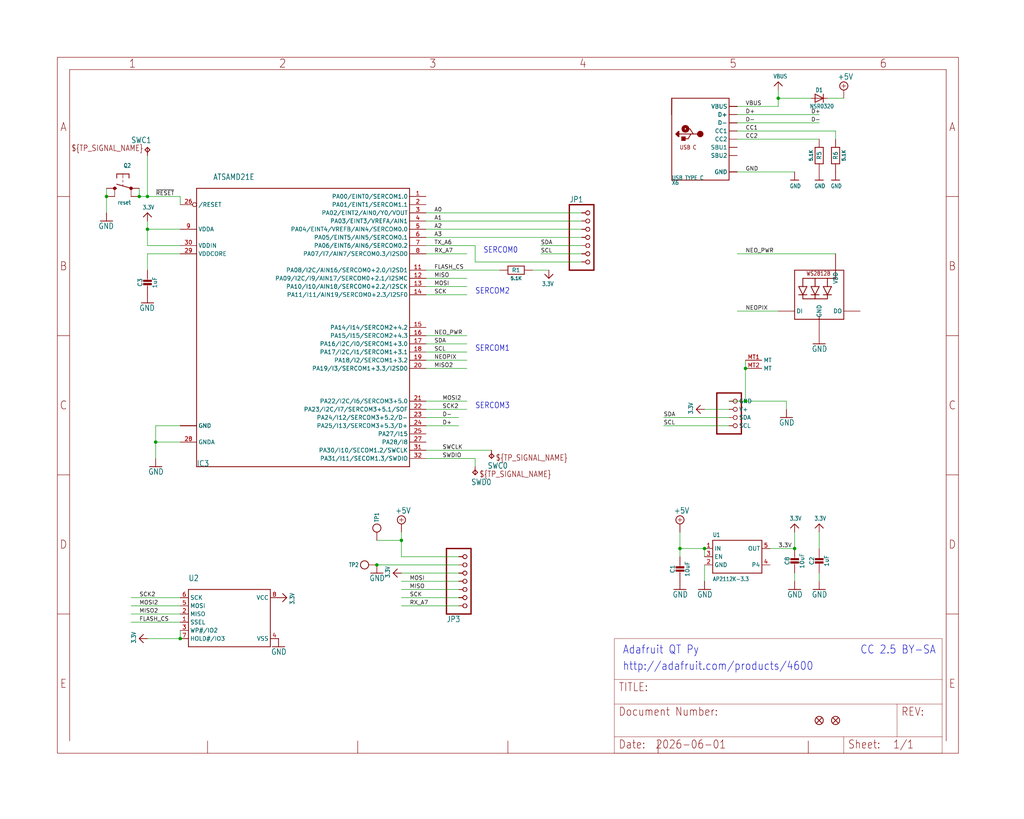
<source format=kicad_sch>
(kicad_sch (version 20230121) (generator eeschema)
  (paper "User" 317.5 254.127)
  (lib_symbols
    (symbol "working-eagle-import:+5V" (power)
      (property "Value" "+5V" (at -1.905 3.175 0))
      (symbol "+5V_1_0"
        (polyline (pts (xy -0.635 1.27) (xy 0.635 1.27)) (stroke (width 0.1524)))
        (polyline (pts (xy 0 0.635) (xy 0 1.905)) (stroke (width 0.1524)))
        (circle (center 0 1.27) (radius 1.27) (stroke (width 0.254)))
        (pin power_in line (at 0 -2.54 90) (length 2.54) (name "+5V") (number "1"))
      )
    )
    (symbol "working-eagle-import:3.3V" (power)
      (property "Value" "3.3V" (at -1.524 1.016 0))
      (symbol "3.3V_1_0"
        (polyline (pts (xy -1.27 -1.27) (xy 0 0)) (stroke (width 0.254)))
        (polyline (pts (xy 0 0) (xy 1.27 -1.27)) (stroke (width 0.254)))
        (pin power_in line (at 0 -2.54 90) (length 2.54) (name "3.3V") (number "1"))
      )
    )
    (symbol "working-eagle-import:ATSAMD21E"
      (property "Reference" "IC" (at -35.56 -43.18 0))
      (symbol "ATSAMD21E_1_0"
        (polyline (pts (xy -35.56 -43.18) (xy -35.56 43.18)) (stroke (width 0.254)))
        (polyline (pts (xy -35.56 43.18) (xy 30.48 43.18)) (stroke (width 0.254)))
        (polyline (pts (xy 30.48 -43.18) (xy -35.56 -43.18)) (stroke (width 0.254)))
        (polyline (pts (xy 30.48 43.18) (xy 30.48 -43.18)) (stroke (width 0.254)))
        (pin bidirectional line (at 35.56 40.64 180) (length 5.08) (name "PA00/EINT0/SERCOM1.0") (number "1"))
        (pin power_in line (at -40.64 -30.48 0) (length 5.08) (name "GND") (number "10"))
        (pin bidirectional line (at 35.56 17.78 180) (length 5.08) (name "PA08/I2C/AIN16/SERCOM0+2.0/I2SD1") (number "11"))
        (pin bidirectional line (at 35.56 15.24 180) (length 5.08) (name "PA09/I2C/I9/AIN17/SERCOM0+2.1/I2SMC") (number "12"))
        (pin bidirectional line (at 35.56 12.7 180) (length 5.08) (name "PA10/I10/AIN18/SERCOM0+2.2/I2SCK") (number "13"))
        (pin bidirectional line (at 35.56 10.16 180) (length 5.08) (name "PA11/I11/AIN19/SERCOM0+2.3/I2SF0") (number "14"))
        (pin bidirectional line (at 35.56 0 180) (length 5.08) (name "PA14/I14/SERCOM2+4.2") (number "15"))
        (pin bidirectional line (at 35.56 -2.54 180) (length 5.08) (name "PA15/I15/SERCOM2+4.3") (number "16"))
        (pin bidirectional line (at 35.56 -5.08 180) (length 5.08) (name "PA16/I2C/I0/SERCOM1+3.0") (number "17"))
        (pin bidirectional line (at 35.56 -7.62 180) (length 5.08) (name "PA17/I2C/I1/SERCOM1+3.1") (number "18"))
        (pin bidirectional line (at 35.56 -10.16 180) (length 5.08) (name "PA18/I2/SERCOM1+3.2") (number "19"))
        (pin bidirectional line (at 35.56 38.1 180) (length 5.08) (name "PA01/EINT1/SERCOM1.1") (number "2"))
        (pin bidirectional line (at 35.56 -12.7 180) (length 5.08) (name "PA19/I3/SERCOM1+3.3/I2SD0") (number "20"))
        (pin bidirectional line (at 35.56 -22.86 180) (length 5.08) (name "PA22/I2C/I6/SERCOM3+5.0") (number "21"))
        (pin bidirectional line (at 35.56 -25.4 180) (length 5.08) (name "PA23/I2C/I7/SERCOM3+5.1/SOF") (number "22"))
        (pin bidirectional line (at 35.56 -27.94 180) (length 5.08) (name "PA24/I12/SERCOM3+5.2/D-") (number "23"))
        (pin bidirectional line (at 35.56 -30.48 180) (length 5.08) (name "PA25/I13/SERCOM3+5.3/D+") (number "24"))
        (pin bidirectional line (at 35.56 -33.02 180) (length 5.08) (name "PA27/I15") (number "25"))
        (pin bidirectional inverted (at -40.64 38.1 0) (length 5.08) (name "/RESET") (number "26"))
        (pin bidirectional line (at 35.56 -35.56 180) (length 5.08) (name "PA28/I8") (number "27"))
        (pin power_in line (at -40.64 -35.56 0) (length 5.08) (name "GNDA") (number "28"))
        (pin power_in line (at -40.64 22.86 0) (length 5.08) (name "VDDCORE") (number "29"))
        (pin bidirectional line (at 35.56 35.56 180) (length 5.08) (name "PA02/EINT2/AIN0/Y0/VOUT") (number "3"))
        (pin power_in line (at -40.64 25.4 0) (length 5.08) (name "VDDIN") (number "30"))
        (pin bidirectional line (at 35.56 -38.1 180) (length 5.08) (name "PA30/I10/SECOM1.2/SWCLK") (number "31"))
        (pin bidirectional line (at 35.56 -40.64 180) (length 5.08) (name "PA31/I11/SECOM1.3/SWDIO") (number "32"))
        (pin power_in line (at -40.64 -30.48 0) (length 5.08) (name "GND") (number "33"))
        (pin bidirectional line (at 35.56 33.02 180) (length 5.08) (name "PA03/EINT3/VREFA/AIN1") (number "4"))
        (pin bidirectional line (at 35.56 30.48 180) (length 5.08) (name "PA04/EINT4/VREFB/AIN4/SERCOM0.0") (number "5"))
        (pin bidirectional line (at 35.56 27.94 180) (length 5.08) (name "PA05/EINT5/AIN5/SERCOM0.1") (number "6"))
        (pin bidirectional line (at 35.56 25.4 180) (length 5.08) (name "PA06/EINT6/AIN6/SERCOM0.2") (number "7"))
        (pin bidirectional line (at 35.56 22.86 180) (length 5.08) (name "PA07/I7/AIN7/SERCOM0.3/I2SD0") (number "8"))
        (pin power_in line (at -40.64 30.48 0) (length 5.08) (name "VDDA") (number "9"))
      )
    )
    (symbol "working-eagle-import:CAP_CERAMIC_0402NO"
      (property "Reference" "C" (at -2.29 1.25 90))
      (symbol "CAP_CERAMIC_0402NO_1_0"
        (rectangle (start -1.27 0.508) (end 1.27 1.016) (fill (type outline)))
        (rectangle (start -1.27 1.524) (end 1.27 2.032) (fill (type outline)))
        (polyline (pts (xy 0 0.762) (xy 0 0)) (stroke (width 0.1524)))
        (polyline (pts (xy 0 2.54) (xy 0 1.778)) (stroke (width 0.1524)))
        (pin passive line (at 0 5.08 270) (length 2.54) (name "1") (number "1"))
        (pin passive line (at 0 -2.54 90) (length 2.54) (name "2") (number "2"))
      )
    )
    (symbol "working-eagle-import:CAP_CERAMIC_0805MP"
      (property "Reference" "C" (at -2.29 1.25 90))
      (symbol "CAP_CERAMIC_0805MP_1_0"
        (rectangle (start -1.27 0.508) (end 1.27 1.016) (fill (type outline)))
        (rectangle (start -1.27 1.524) (end 1.27 2.032) (fill (type outline)))
        (polyline (pts (xy 0 0.762) (xy 0 0)) (stroke (width 0.1524)))
        (polyline (pts (xy 0 2.54) (xy 0 1.778)) (stroke (width 0.1524)))
        (pin passive line (at 0 5.08 270) (length 2.54) (name "1") (number "1"))
        (pin passive line (at 0 -2.54 90) (length 2.54) (name "2") (number "2"))
      )
    )
    (symbol "working-eagle-import:DIODE_SOD323MINI"
      (property "Reference" "D" (at 0 2.54 0))
      (symbol "DIODE_SOD323MINI_1_0"
        (polyline (pts (xy -1.27 -1.27) (xy 1.27 0)) (stroke (width 0.254)))
        (polyline (pts (xy -1.27 1.27) (xy -1.27 -1.27)) (stroke (width 0.254)))
        (polyline (pts (xy 1.27 0) (xy -1.27 1.27)) (stroke (width 0.254)))
        (polyline (pts (xy 1.27 0) (xy 1.27 -1.27)) (stroke (width 0.254)))
        (polyline (pts (xy 1.27 1.27) (xy 1.27 0)) (stroke (width 0.254)))
        (pin passive line (at -2.54 0 0) (length 2.54) (name "A") (number "A"))
        (pin passive line (at 2.54 0 180) (length 2.54) (name "C") (number "C"))
      )
    )
    (symbol "working-eagle-import:FIDUCIAL_1MM"
      (symbol "FIDUCIAL_1MM_1_0"
        (polyline (pts (xy -0.762 0.762) (xy 0.762 -0.762)) (stroke (width 0.254)))
        (polyline (pts (xy 0.762 0.762) (xy -0.762 -0.762)) (stroke (width 0.254)))
        (circle (center 0 0) (radius 1.27) (stroke (width 0.254)))
      )
    )
    (symbol "working-eagle-import:FRAME_A_L"
      (symbol "FRAME_A_L_1_0"
        (polyline (pts (xy 0 43.18) (xy 3.81 43.18)))
        (polyline (pts (xy 0 86.36) (xy 3.81 86.36)))
        (polyline (pts (xy 0 129.54) (xy 3.81 129.54)))
        (polyline (pts (xy 0 172.72) (xy 3.81 172.72)))
        (polyline (pts (xy 3.81 3.81) (xy 3.81 212.09)))
        (polyline (pts (xy 46.5667 0) (xy 46.5667 3.81)))
        (polyline (pts (xy 93.1333 0) (xy 93.1333 3.81)))
        (polyline (pts (xy 139.7 0) (xy 139.7 3.81)))
        (polyline (pts (xy 186.2667 0) (xy 186.2667 3.81)))
        (polyline (pts (xy 232.8333 0) (xy 232.8333 3.81)))
        (polyline (pts (xy 275.59 3.81) (xy 275.59 212.09)))
        (polyline (pts (xy 275.59 43.18) (xy 279.4 43.18)))
        (polyline (pts (xy 275.59 86.36) (xy 279.4 86.36)))
        (polyline (pts (xy 275.59 129.54) (xy 279.4 129.54)))
        (polyline (pts (xy 275.59 172.72) (xy 279.4 172.72)))
        (polyline (pts (xy 275.59 212.09) (xy 3.81 212.09)))
        (polyline (pts (xy 0 0) (xy 279.4 0) (xy 279.4 215.9) (xy 0 215.9) (xy 0 0)))
        (text "1" (at 23.2833 213.995 0) (effects (font (size 2.54 2.286))))
        (text "2" (at 69.85 213.995 0) (effects (font (size 2.54 2.286))))
        (text "3" (at 116.4167 213.995 0) (effects (font (size 2.54 2.286))))
        (text "4" (at 162.9833 213.995 0) (effects (font (size 2.54 2.286))))
        (text "5" (at 209.55 213.995 0) (effects (font (size 2.54 2.286))))
        (text "6" (at 256.1167 213.995 0) (effects (font (size 2.54 2.286))))
        (text "A" (at 1.905 194.31 0) (effects (font (size 2.54 2.286))))
        (text "A" (at 277.495 194.31 0) (effects (font (size 2.54 2.286))))
        (text "B" (at 1.905 151.13 0) (effects (font (size 2.54 2.286))))
        (text "B" (at 277.495 151.13 0) (effects (font (size 2.54 2.286))))
        (text "C" (at 1.905 107.95 0) (effects (font (size 2.54 2.286))))
        (text "C" (at 277.495 107.95 0) (effects (font (size 2.54 2.286))))
        (text "D" (at 1.905 64.77 0) (effects (font (size 2.54 2.286))))
        (text "D" (at 277.495 64.77 0) (effects (font (size 2.54 2.286))))
        (text "E" (at 1.905 21.59 0) (effects (font (size 2.54 2.286))))
        (text "E" (at 277.495 21.59 0) (effects (font (size 2.54 2.286))))
      )
      (symbol "FRAME_A_L_2_0"
        (polyline (pts (xy 0 0) (xy 0 5.08)) (stroke (width 0.1016)))
        (polyline (pts (xy 0 0) (xy 71.12 0)) (stroke (width 0.1016)))
        (polyline (pts (xy 0 5.08) (xy 0 15.24)) (stroke (width 0.1016)))
        (polyline (pts (xy 0 5.08) (xy 71.12 5.08)) (stroke (width 0.1016)))
        (polyline (pts (xy 0 15.24) (xy 0 22.86)) (stroke (width 0.1016)))
        (polyline (pts (xy 0 22.86) (xy 0 35.56)) (stroke (width 0.1016)))
        (polyline (pts (xy 0 22.86) (xy 101.6 22.86)) (stroke (width 0.1016)))
        (polyline (pts (xy 71.12 0) (xy 101.6 0)) (stroke (width 0.1016)))
        (polyline (pts (xy 71.12 5.08) (xy 71.12 0)) (stroke (width 0.1016)))
        (polyline (pts (xy 71.12 5.08) (xy 87.63 5.08)) (stroke (width 0.1016)))
        (polyline (pts (xy 87.63 5.08) (xy 101.6 5.08)) (stroke (width 0.1016)))
        (polyline (pts (xy 87.63 15.24) (xy 0 15.24)) (stroke (width 0.1016)))
        (polyline (pts (xy 87.63 15.24) (xy 87.63 5.08)) (stroke (width 0.1016)))
        (polyline (pts (xy 101.6 5.08) (xy 101.6 0)) (stroke (width 0.1016)))
        (polyline (pts (xy 101.6 15.24) (xy 87.63 15.24)) (stroke (width 0.1016)))
        (polyline (pts (xy 101.6 15.24) (xy 101.6 5.08)) (stroke (width 0.1016)))
        (polyline (pts (xy 101.6 22.86) (xy 101.6 15.24)) (stroke (width 0.1016)))
        (polyline (pts (xy 101.6 35.56) (xy 0 35.56)) (stroke (width 0.1016)))
        (polyline (pts (xy 101.6 35.56) (xy 101.6 22.86)) (stroke (width 0.1016)))
        (text "${#}/${##}" (at 86.36 1.27 0) (effects (font (size 2.54 2.159)) (justify left bottom)))
        (text "${CURRENT_DATE}" (at 12.7 1.27 0) (effects (font (size 2.54 2.159)) (justify left bottom)))
        (text "${PROJECTNAME}" (at 17.78 19.05 0) (effects (font (size 2.54 2.159)) (justify left bottom)))
        (text "Date:" (at 1.27 1.27 0) (effects (font (size 2.54 2.159)) (justify left bottom)))
        (text "Document Number:" (at 1.27 11.43 0) (effects (font (size 2.54 2.159)) (justify left bottom)))
        (text "REV:" (at 88.9 11.43 0) (effects (font (size 2.54 2.159)) (justify left bottom)))
        (text "Sheet:" (at 72.39 1.27 0) (effects (font (size 2.54 2.159)) (justify left bottom)))
        (text "TITLE:" (at 1.27 19.05 0) (effects (font (size 2.54 2.159)) (justify left bottom)))
      )
    )
    (symbol "working-eagle-import:GND" (power)
      (property "Value" "GND" (at -2.54 -2.54 0))
      (symbol "GND_1_0"
        (polyline (pts (xy -1.905 0) (xy 1.905 0)) (stroke (width 0.254)))
        (pin power_in line (at 0 2.54 270) (length 2.54) (name "GND") (number "1"))
      )
    )
    (symbol "working-eagle-import:HEADER-1X7_CASTEL"
      (property "Reference" "JP" (at -6.35 10.795 0))
      (symbol "HEADER-1X7_CASTEL_1_0"
        (polyline (pts (xy -6.35 -10.16) (xy 1.27 -10.16)) (stroke (width 0.4064)))
        (polyline (pts (xy -6.35 10.16) (xy -6.35 -10.16)) (stroke (width 0.4064)))
        (polyline (pts (xy 1.27 -10.16) (xy 1.27 10.16)) (stroke (width 0.4064)))
        (polyline (pts (xy 1.27 10.16) (xy -6.35 10.16)) (stroke (width 0.4064)))
        (pin passive inverted (at -2.54 7.62 0) (length 2.54) (name "1") (number "1"))
        (pin passive inverted (at -2.54 7.62 0) (length 2.54) (name "1") (number "1C"))
        (pin passive inverted (at -2.54 5.08 0) (length 2.54) (name "2") (number "2"))
        (pin passive inverted (at -2.54 5.08 0) (length 2.54) (name "2") (number "2C"))
        (pin passive inverted (at -2.54 2.54 0) (length 2.54) (name "3") (number "3"))
        (pin passive inverted (at -2.54 2.54 0) (length 2.54) (name "3") (number "3C"))
        (pin passive inverted (at -2.54 0 0) (length 2.54) (name "4") (number "4"))
        (pin passive inverted (at -2.54 0 0) (length 2.54) (name "4") (number "4C"))
        (pin passive inverted (at -2.54 -2.54 0) (length 2.54) (name "5") (number "5"))
        (pin passive inverted (at -2.54 -2.54 0) (length 2.54) (name "5") (number "5C"))
        (pin passive inverted (at -2.54 -5.08 0) (length 2.54) (name "6") (number "6"))
        (pin passive inverted (at -2.54 -5.08 0) (length 2.54) (name "6") (number "6C"))
        (pin passive inverted (at -2.54 -7.62 0) (length 2.54) (name "7") (number "7"))
        (pin passive inverted (at -2.54 -7.62 0) (length 2.54) (name "7") (number "7C"))
      )
    )
    (symbol "working-eagle-import:RESISTOR_0402NO"
      (property "Reference" "R" (at 0 2.54 0))
      (symbol "RESISTOR_0402NO_1_0"
        (polyline (pts (xy -2.54 -1.27) (xy -2.54 1.27)) (stroke (width 0.254)))
        (polyline (pts (xy -2.54 1.27) (xy 2.54 1.27)) (stroke (width 0.254)))
        (polyline (pts (xy 2.54 -1.27) (xy -2.54 -1.27)) (stroke (width 0.254)))
        (polyline (pts (xy 2.54 1.27) (xy 2.54 -1.27)) (stroke (width 0.254)))
        (pin passive line (at -5.08 0 0) (length 2.54) (name "1") (number "1"))
        (pin passive line (at 5.08 0 180) (length 2.54) (name "2") (number "2"))
      )
    )
    (symbol "working-eagle-import:SPIFLASH_8PIN"
      (property "Reference" "U" (at -12.7 12.7 0))
      (symbol "SPIFLASH_8PIN_1_0"
        (polyline (pts (xy -12.7 -7.62) (xy -12.7 10.16)) (stroke (width 0.254)))
        (polyline (pts (xy -12.7 10.16) (xy 12.7 10.16)) (stroke (width 0.254)))
        (polyline (pts (xy 12.7 -7.62) (xy -12.7 -7.62)) (stroke (width 0.254)))
        (polyline (pts (xy 12.7 10.16) (xy 12.7 -7.62)) (stroke (width 0.254)))
        (pin bidirectional line (at -15.24 0 0) (length 2.54) (name "SSEL") (number "1"))
        (pin bidirectional line (at -15.24 2.54 0) (length 2.54) (name "MISO") (number "2"))
        (pin bidirectional line (at -15.24 -2.54 0) (length 2.54) (name "WP#/IO2") (number "3"))
        (pin bidirectional line (at 15.24 -5.08 180) (length 2.54) (name "VSS") (number "4"))
        (pin bidirectional line (at -15.24 5.08 0) (length 2.54) (name "MOSI") (number "5"))
        (pin bidirectional line (at -15.24 7.62 0) (length 2.54) (name "SCK") (number "6"))
        (pin bidirectional line (at -15.24 -5.08 0) (length 2.54) (name "HOLD#/IO3") (number "7"))
        (pin bidirectional line (at 15.24 7.62 180) (length 2.54) (name "VCC") (number "8"))
      )
    )
    (symbol "working-eagle-import:STEMMA_I2C_QTSKINNY"
      (symbol "STEMMA_I2C_QTSKINNY_1_0"
        (polyline (pts (xy -3.81 -5.08) (xy 3.81 -5.08)) (stroke (width 0.4064)))
        (polyline (pts (xy -3.81 7.62) (xy -3.81 -5.08)) (stroke (width 0.4064)))
        (polyline (pts (xy 3.81 -5.08) (xy 3.81 7.62)) (stroke (width 0.4064)))
        (polyline (pts (xy 3.81 7.62) (xy -3.81 7.62)) (stroke (width 0.4064)))
        (pin passive inverted (at 0 5.08 0) (length 2.54) (name "GND") (number "1"))
        (pin passive inverted (at 0 2.54 0) (length 2.54) (name "V+") (number "2"))
        (pin passive inverted (at 0 0 0) (length 2.54) (name "SDA") (number "3"))
        (pin passive inverted (at 0 -2.54 0) (length 2.54) (name "SCL") (number "4"))
      )
      (symbol "STEMMA_I2C_QTSKINNY_2_0"
        (pin bidirectional line (at 0 0 0) (length 5.08) (name "MT") (number "MT1"))
      )
      (symbol "STEMMA_I2C_QTSKINNY_3_0"
        (pin bidirectional line (at 0 0 0) (length 5.08) (name "MT") (number "MT2"))
      )
    )
    (symbol "working-eagle-import:SWITCH_TACT_SMT4.6X2.8"
      (property "Reference" "SW" (at -2.54 6.35 0))
      (symbol "SWITCH_TACT_SMT4.6X2.8_1_0"
        (circle (center -2.54 0) (radius 0.127) (stroke (width 0.4064)))
        (polyline (pts (xy -2.54 -2.54) (xy -2.54 0)) (stroke (width 0.1524)))
        (polyline (pts (xy -2.54 0) (xy 1.905 1.27)) (stroke (width 0.254)))
        (polyline (pts (xy -1.905 4.445) (xy -1.905 3.175)) (stroke (width 0.254)))
        (polyline (pts (xy 0 1.27) (xy 0 0.635)) (stroke (width 0.1524)))
        (polyline (pts (xy 0 2.54) (xy 0 1.905)) (stroke (width 0.1524)))
        (polyline (pts (xy 0 4.445) (xy -1.905 4.445)) (stroke (width 0.254)))
        (polyline (pts (xy 0 4.445) (xy 0 3.175)) (stroke (width 0.1524)))
        (polyline (pts (xy 1.905 0) (xy 2.54 0)) (stroke (width 0.254)))
        (polyline (pts (xy 1.905 4.445) (xy 0 4.445)) (stroke (width 0.254)))
        (polyline (pts (xy 1.905 4.445) (xy 1.905 3.175)) (stroke (width 0.254)))
        (polyline (pts (xy 2.54 -2.54) (xy 2.54 0)) (stroke (width 0.1524)))
        (circle (center 2.54 0) (radius 0.127) (stroke (width 0.4064)))
        (pin passive line (at -5.08 0 0) (length 2.54) (name "P") (number "A"))
        (pin passive line (at -5.08 -2.54 0) (length 2.54) (name "P1") (number "A'"))
        (pin passive line (at 5.08 0 180) (length 2.54) (name "S") (number "B"))
        (pin passive line (at 5.08 -2.54 180) (length 2.54) (name "S1") (number "B'"))
      )
    )
    (symbol "working-eagle-import:TESTPOINT_1X3"
      (property "Reference" "TP" (at 0 5.588 90))
      (symbol "TESTPOINT_1X3_1_0"
        (circle (center 0 3.81) (radius 1.27) (stroke (width 0.254)))
        (pin bidirectional line (at 0 0 90) (length 2.54) (name "P$1") (number "P$1"))
      )
    )
    (symbol "working-eagle-import:TPB1,27"
      (property "Reference" "TP" (at -1.27 1.27 0))
      (symbol "TPB1,27_1_0"
        (polyline (pts (xy -0.762 -0.762) (xy 0 0)) (stroke (width 0.254)))
        (polyline (pts (xy 0 -1.524) (xy -0.762 -0.762)) (stroke (width 0.254)))
        (polyline (pts (xy 0 0) (xy 0.762 -0.762)) (stroke (width 0.254)))
        (polyline (pts (xy 0.762 -0.762) (xy 0 -1.524)) (stroke (width 0.254)))
        (text "${TP_SIGNAL_NAME}" (at 1.27 -1.27 0) (effects (font (size 1.778 1.5113)) (justify left bottom)))
        (pin input line (at 0 -2.54 90) (length 2.54) (name "TP") (number "TP"))
      )
    )
    (symbol "working-eagle-import:USB_C"
      (property "Reference" "X" (at -10.16 13.716 0))
      (symbol "USB_C_1_0"
        (rectangle (start -7.12 -0.45) (end -5.92 0.75) (fill (type outline)))
        (circle (center -5.92 3.2) (radius 0.2) (stroke (width 1)))
        (circle (center -1.32 1.6) (radius 0.5) (stroke (width 1)))
        (polyline (pts (xy -10.2 7.62) (xy -10.16 12.7)) (stroke (width 0.254)))
        (polyline (pts (xy -10.16 -12.7) (xy 7.62 -12.7)) (stroke (width 0.254)))
        (polyline (pts (xy -10.16 12.7) (xy -10.16 -12.7)) (stroke (width 0.254)))
        (polyline (pts (xy -10.16 12.7) (xy 7.62 12.7)) (stroke (width 0.254)))
        (polyline (pts (xy -8.92 1.6) (xy -8.12 2.4)) (stroke (width 0.254)))
        (polyline (pts (xy -8.52 1.4) (xy -8.32 1.2)) (stroke (width 0.254)))
        (polyline (pts (xy -8.52 1.6) (xy -8.52 1.4)) (stroke (width 0.254)))
        (polyline (pts (xy -8.32 1.2) (xy -8.32 2)) (stroke (width 0.254)))
        (polyline (pts (xy -8.32 2) (xy -8.72 1.6)) (stroke (width 0.254)))
        (polyline (pts (xy -8.12 0.8) (xy -8.92 1.6)) (stroke (width 0.254)))
        (polyline (pts (xy -8.12 1) (xy -8.12 2.4)) (stroke (width 0.254)))
        (polyline (pts (xy -8.12 2.4) (xy -7.92 2.4)) (stroke (width 0.254)))
        (polyline (pts (xy -7.92 0.8) (xy -8.12 0.8)) (stroke (width 0.254)))
        (polyline (pts (xy -7.92 1.6) (xy -7.92 0.8)) (stroke (width 0.254)))
        (polyline (pts (xy -7.92 2.4) (xy -7.92 1.6)) (stroke (width 0.254)))
        (polyline (pts (xy -6.27 0.15) (xy -5.07 0.15)) (stroke (width 0.254)))
        (polyline (pts (xy -5.52 3.2) (xy -4.52 3.2)) (stroke (width 0.254)))
        (polyline (pts (xy -5.07 0.15) (xy -4.22 1.6)) (stroke (width 0.254)))
        (polyline (pts (xy -4.52 3.2) (xy -3.47 1.6)) (stroke (width 0.254)))
        (polyline (pts (xy -4.22 1.6) (xy -7.92 1.6)) (stroke (width 0.254)))
        (polyline (pts (xy -3.47 1.6) (xy -4.22 1.6)) (stroke (width 0.254)))
        (polyline (pts (xy -1.32 1.6) (xy -3.47 1.6)) (stroke (width 0.254)))
        (polyline (pts (xy 7.62 12.7) (xy 7.62 -12.7)) (stroke (width 0.254)))
        (text "USB C" (at -5.08 -2.54 0) (effects (font (size 1.27 1.0795))))
        (pin power_in line (at 10.16 -10.16 180) (length 2.54) (name "GND") (number "A1B12"))
        (pin power_in line (at 10.16 10.16 180) (length 2.54) (name "VBUS") (number "A4B9"))
        (pin bidirectional line (at 10.16 2.54 180) (length 2.54) (name "CC1") (number "A5"))
        (pin bidirectional line (at 10.16 7.62 180) (length 2.54) (name "D+") (number "A6"))
        (pin bidirectional line (at 10.16 5.08 180) (length 2.54) (name "D-") (number "A7"))
        (pin bidirectional line (at 10.16 -2.54 180) (length 2.54) (name "SBU1") (number "A8"))
        (pin power_in line (at 10.16 -10.16 180) (length 2.54) (name "GND") (number "B1A12"))
        (pin power_in line (at 10.16 10.16 180) (length 2.54) (name "VBUS") (number "B4A9"))
        (pin bidirectional line (at 10.16 0 180) (length 2.54) (name "CC2") (number "B5"))
        (pin bidirectional line (at 10.16 7.62 180) (length 2.54) (name "D+") (number "B6"))
        (pin bidirectional line (at 10.16 5.08 180) (length 2.54) (name "D-") (number "B7"))
        (pin bidirectional line (at 10.16 -5.08 180) (length 2.54) (name "SBU2") (number "B8"))
      )
    )
    (symbol "working-eagle-import:VBUS" (power)
      (property "Value" "VBUS" (at -1.524 1.016 0))
      (symbol "VBUS_1_0"
        (polyline (pts (xy -1.27 -1.27) (xy 0 0)) (stroke (width 0.254)))
        (polyline (pts (xy 0 0) (xy 1.27 -1.27)) (stroke (width 0.254)))
        (pin power_in line (at 0 -2.54 90) (length 2.54) (name "VBUS") (number "1"))
      )
    )
    (symbol "working-eagle-import:VREG_SOT23-5"
      (property "Reference" "U" (at -7.62 6.096 0))
      (symbol "VREG_SOT23-5_1_0"
        (polyline (pts (xy -7.62 -5.08) (xy -7.62 5.08)) (stroke (width 0.254)))
        (polyline (pts (xy -7.62 5.08) (xy 7.62 5.08)) (stroke (width 0.254)))
        (polyline (pts (xy 7.62 -5.08) (xy -7.62 -5.08)) (stroke (width 0.254)))
        (polyline (pts (xy 7.62 5.08) (xy 7.62 -5.08)) (stroke (width 0.254)))
        (pin power_in line (at -10.16 2.54 0) (length 2.54) (name "IN") (number "1"))
        (pin power_in line (at -10.16 -2.54 0) (length 2.54) (name "GND") (number "2"))
        (pin input line (at -10.16 0 0) (length 2.54) (name "EN") (number "3"))
        (pin bidirectional line (at 10.16 -2.54 180) (length 2.54) (name "P4") (number "4"))
        (pin power_in line (at 10.16 2.54 180) (length 2.54) (name "OUT") (number "5"))
      )
    )
    (symbol "working-eagle-import:WS2812B_SK6805_1515"
      (symbol "WS2812B_SK6805_1515_1_0"
        (polyline (pts (xy -7.62 -5.08) (xy 0 -5.08)) (stroke (width 0.254)))
        (polyline (pts (xy -7.62 -2.54) (xy -7.62 -5.08)) (stroke (width 0.254)))
        (polyline (pts (xy -7.62 10.16) (xy -7.62 -2.54)) (stroke (width 0.254)))
        (polyline (pts (xy -6.35 2.54) (xy -5.08 2.54)) (stroke (width 0.254)))
        (polyline (pts (xy -6.35 5.08) (xy -5.08 5.08)) (stroke (width 0.254)))
        (polyline (pts (xy -5.08 2.54) (xy -6.35 5.08)) (stroke (width 0.254)))
        (polyline (pts (xy -5.08 2.54) (xy -5.08 1.27)) (stroke (width 0.254)))
        (polyline (pts (xy -5.08 2.54) (xy -3.81 5.08)) (stroke (width 0.254)))
        (polyline (pts (xy -5.08 5.08) (xy -3.81 5.08)) (stroke (width 0.254)))
        (polyline (pts (xy -5.08 7.62) (xy -5.08 5.08)) (stroke (width 0.254)))
        (polyline (pts (xy -3.81 2.54) (xy -5.08 2.54)) (stroke (width 0.254)))
        (polyline (pts (xy -2.54 2.54) (xy -1.27 2.54)) (stroke (width 0.254)))
        (polyline (pts (xy -2.54 5.08) (xy 0 5.08)) (stroke (width 0.254)))
        (polyline (pts (xy -1.27 1.27) (xy -5.08 1.27)) (stroke (width 0.254)))
        (polyline (pts (xy -1.27 2.54) (xy -2.54 5.08)) (stroke (width 0.254)))
        (polyline (pts (xy -1.27 2.54) (xy -1.27 1.27)) (stroke (width 0.254)))
        (polyline (pts (xy -1.27 2.54) (xy 0 2.54)) (stroke (width 0.254)))
        (polyline (pts (xy -1.27 5.08) (xy -1.27 7.62)) (stroke (width 0.254)))
        (polyline (pts (xy -1.27 7.62) (xy -5.08 7.62)) (stroke (width 0.254)))
        (polyline (pts (xy 0 -5.08) (xy 7.62 -5.08)) (stroke (width 0.254)))
        (polyline (pts (xy 0 -4.064) (xy 0 -5.08)) (stroke (width 0.254)))
        (polyline (pts (xy 0 5.08) (xy -1.27 2.54)) (stroke (width 0.254)))
        (polyline (pts (xy 1.27 5.08) (xy 2.54 2.54)) (stroke (width 0.254)))
        (polyline (pts (xy 1.27 5.08) (xy 2.54 5.08)) (stroke (width 0.254)))
        (polyline (pts (xy 2.54 1.27) (xy -1.27 1.27)) (stroke (width 0.254)))
        (polyline (pts (xy 2.54 2.54) (xy 1.27 2.54)) (stroke (width 0.254)))
        (polyline (pts (xy 2.54 2.54) (xy 2.54 1.27)) (stroke (width 0.254)))
        (polyline (pts (xy 2.54 2.54) (xy 3.81 2.54)) (stroke (width 0.254)))
        (polyline (pts (xy 2.54 2.54) (xy 3.81 5.08)) (stroke (width 0.254)))
        (polyline (pts (xy 2.54 5.08) (xy 2.54 7.62)) (stroke (width 0.254)))
        (polyline (pts (xy 2.54 7.62) (xy -1.27 7.62)) (stroke (width 0.254)))
        (polyline (pts (xy 2.54 7.62) (xy 5.08 7.62)) (stroke (width 0.254)))
        (polyline (pts (xy 3.81 5.08) (xy 2.54 5.08)) (stroke (width 0.254)))
        (polyline (pts (xy 5.08 10.16) (xy -7.62 10.16)) (stroke (width 0.254)))
        (polyline (pts (xy 5.08 10.16) (xy 5.08 7.62)) (stroke (width 0.254)))
        (polyline (pts (xy 7.62 -5.08) (xy 7.62 -2.54)) (stroke (width 0.254)))
        (polyline (pts (xy 7.62 -2.54) (xy 7.62 10.16)) (stroke (width 0.254)))
        (polyline (pts (xy 7.62 10.16) (xy 5.08 10.16)) (stroke (width 0.254)))
        (text "WS2812B" (at -4.064 8.382 0) (effects (font (size 1.27 1.0795)) (justify left bottom)))
        (pin input line (at -12.7 -2.54 0) (length 5.08) (name "DI") (number "1"))
        (pin power_in line (at 5.08 15.24 270) (length 5.08) (name "VDD") (number "2"))
        (pin output line (at 12.7 -2.54 180) (length 5.08) (name "DO") (number "3"))
        (pin power_in line (at 0 -10.16 90) (length 5.08) (name "GND") (number "4"))
      )
    )
    (symbol "working-eagle-import:microbuilder_GND" (power)
      (property "Value" "microbuilder_GND" (at -1.524 -2.54 0))
      (symbol "microbuilder_GND_1_0"
        (polyline (pts (xy -1.27 0) (xy 1.27 0)) (stroke (width 0.254)))
        (pin power_in line (at 0 2.54 270) (length 2.54) (name "GND") (number "1"))
      )
    )
  )
  (junction (at 33.02 60.96))
  (junction (at 45.72 60.96))
  (junction (at 246.38 170.18))
  (junction (at 218.44 170.18))
  (junction (at 45.72 71.12))
  (junction (at 55.88 198.12))
  (junction (at 241.3 30.48))
  (junction (at 43.18 60.96))
  (junction (at 231.14 124.46))
  (junction (at 124.46 167.64))
  (junction (at 48.26 137.16))
  (junction (at 231.14 114.3))
  (junction (at 116.84 175.26))
  (junction (at 210.82 170.18))
  (wire (pts (xy 124.46 172.72) (xy 124.46 167.64)) (stroke (width 0.1524)))
  (wire (pts (xy 132.08 104.14) (xy 144.78 104.14)) (stroke (width 0.1524)))
  (wire (pts (xy 254 165.1) (xy 254 170.18)) (stroke (width 0.1524)))
  (wire (pts (xy 256.54 30.48) (xy 261.62 30.48)) (stroke (width 0.1524)))
  (wire (pts (xy 243.84 124.46) (xy 243.84 127)) (stroke (width 0.1524)))
  (wire (pts (xy 231.14 111.76) (xy 231.14 114.3)) (stroke (width 0.1524)))
  (wire (pts (xy 55.88 132.08) (xy 48.26 132.08)) (stroke (width 0.1524)))
  (wire (pts (xy 45.72 71.12) (xy 45.72 68.58)) (stroke (width 0.1524)))
  (wire (pts (xy 33.02 58.42) (xy 33.02 60.96)) (stroke (width 0.1524)))
  (wire (pts (xy 142.24 172.72) (xy 124.46 172.72)) (stroke (width 0.1524)))
  (wire (pts (xy 167.64 76.2) (xy 180.34 76.2)) (stroke (width 0.1524)))
  (wire (pts (xy 210.82 165.1) (xy 210.82 170.18)) (stroke (width 0.1524)))
  (wire (pts (xy 259.08 78.74) (xy 228.6 78.74)) (stroke (width 0.1524)))
  (wire (pts (xy 55.88 193.04) (xy 40.64 193.04)) (stroke (width 0.1524)))
  (wire (pts (xy 241.3 30.48) (xy 251.46 30.48)) (stroke (width 0.1524)))
  (wire (pts (xy 40.64 190.5) (xy 55.88 190.5)) (stroke (width 0.1524)))
  (wire (pts (xy 55.88 198.12) (xy 55.88 195.58)) (stroke (width 0.1524)))
  (wire (pts (xy 254 180.34) (xy 254 177.8)) (stroke (width 0.1524)))
  (wire (pts (xy 218.44 175.26) (xy 218.44 180.34)) (stroke (width 0.1524)))
  (wire (pts (xy 259.08 40.64) (xy 259.08 43.18)) (stroke (width 0.1524)))
  (wire (pts (xy 55.88 76.2) (xy 45.72 76.2)) (stroke (width 0.1524)))
  (wire (pts (xy 226.06 124.46) (xy 231.14 124.46)) (stroke (width 0.1524)))
  (wire (pts (xy 132.08 129.54) (xy 142.24 129.54)) (stroke (width 0.1524)))
  (wire (pts (xy 210.82 170.18) (xy 218.44 170.18)) (stroke (width 0.1524)))
  (wire (pts (xy 228.6 40.64) (xy 259.08 40.64)) (stroke (width 0.1524)))
  (wire (pts (xy 180.34 68.58) (xy 132.08 68.58)) (stroke (width 0.1524)))
  (wire (pts (xy 147.32 76.2) (xy 147.32 81.28)) (stroke (width 0.1524)))
  (wire (pts (xy 132.08 114.3) (xy 144.78 114.3)) (stroke (width 0.1524)))
  (wire (pts (xy 142.24 187.96) (xy 124.46 187.96)) (stroke (width 0.1524)))
  (wire (pts (xy 132.08 71.12) (xy 180.34 71.12)) (stroke (width 0.1524)))
  (wire (pts (xy 210.82 172.72) (xy 210.82 170.18)) (stroke (width 0.1524)))
  (wire (pts (xy 48.26 132.08) (xy 48.26 137.16)) (stroke (width 0.1524)))
  (wire (pts (xy 246.38 53.34) (xy 228.6 53.34)) (stroke (width 0.1524)))
  (wire (pts (xy 45.72 198.12) (xy 55.88 198.12)) (stroke (width 0.1524)))
  (wire (pts (xy 241.3 33.02) (xy 228.6 33.02)) (stroke (width 0.1524)))
  (wire (pts (xy 132.08 142.24) (xy 147.32 142.24)) (stroke (width 0.1524)))
  (wire (pts (xy 55.88 185.42) (xy 40.64 185.42)) (stroke (width 0.1524)))
  (wire (pts (xy 142.24 185.42) (xy 124.46 185.42)) (stroke (width 0.1524)))
  (wire (pts (xy 43.18 60.96) (xy 43.18 58.42)) (stroke (width 0.1524)))
  (wire (pts (xy 132.08 124.46) (xy 144.78 124.46)) (stroke (width 0.1524)))
  (wire (pts (xy 226.06 132.08) (xy 205.74 132.08)) (stroke (width 0.1524)))
  (wire (pts (xy 132.08 139.7) (xy 152.4 139.7)) (stroke (width 0.1524)))
  (wire (pts (xy 246.38 180.34) (xy 246.38 177.8)) (stroke (width 0.1524)))
  (wire (pts (xy 116.84 167.64) (xy 124.46 167.64)) (stroke (width 0.1524)))
  (wire (pts (xy 226.06 129.54) (xy 205.74 129.54)) (stroke (width 0.1524)))
  (wire (pts (xy 55.88 71.12) (xy 45.72 71.12)) (stroke (width 0.1524)))
  (wire (pts (xy 180.34 73.66) (xy 132.08 73.66)) (stroke (width 0.1524)))
  (wire (pts (xy 40.64 187.96) (xy 55.88 187.96)) (stroke (width 0.1524)))
  (wire (pts (xy 238.76 170.18) (xy 246.38 170.18)) (stroke (width 0.1524)))
  (wire (pts (xy 231.14 114.3) (xy 231.14 124.46)) (stroke (width 0.1524)))
  (wire (pts (xy 246.38 165.1) (xy 246.38 170.18)) (stroke (width 0.1524)))
  (wire (pts (xy 33.02 66.04) (xy 33.02 60.96)) (stroke (width 0.1524)))
  (wire (pts (xy 132.08 78.74) (xy 144.78 78.74)) (stroke (width 0.1524)))
  (wire (pts (xy 180.34 81.28) (xy 147.32 81.28)) (stroke (width 0.1524)))
  (wire (pts (xy 147.32 142.24) (xy 147.32 144.78)) (stroke (width 0.1524)))
  (wire (pts (xy 142.24 182.88) (xy 124.46 182.88)) (stroke (width 0.1524)))
  (wire (pts (xy 132.08 83.82) (xy 154.94 83.82)) (stroke (width 0.1524)))
  (wire (pts (xy 142.24 177.8) (xy 124.46 177.8)) (stroke (width 0.1524)))
  (wire (pts (xy 132.08 111.76) (xy 144.78 111.76)) (stroke (width 0.1524)))
  (wire (pts (xy 132.08 127) (xy 144.78 127)) (stroke (width 0.1524)))
  (wire (pts (xy 241.3 27.94) (xy 241.3 30.48)) (stroke (width 0.1524)))
  (wire (pts (xy 142.24 180.34) (xy 124.46 180.34)) (stroke (width 0.1524)))
  (wire (pts (xy 55.88 137.16) (xy 48.26 137.16)) (stroke (width 0.1524)))
  (wire (pts (xy 228.6 43.18) (xy 254 43.18)) (stroke (width 0.1524)))
  (wire (pts (xy 132.08 106.68) (xy 144.78 106.68)) (stroke (width 0.1524)))
  (wire (pts (xy 170.18 83.82) (xy 165.1 83.82)) (stroke (width 0.1524)))
  (wire (pts (xy 132.08 66.04) (xy 180.34 66.04)) (stroke (width 0.1524)))
  (wire (pts (xy 142.24 132.08) (xy 132.08 132.08)) (stroke (width 0.1524)))
  (wire (pts (xy 231.14 124.46) (xy 243.84 124.46)) (stroke (width 0.1524)))
  (wire (pts (xy 45.72 60.96) (xy 55.88 60.96)) (stroke (width 0.1524)))
  (wire (pts (xy 48.26 137.16) (xy 48.26 142.24)) (stroke (width 0.1524)))
  (wire (pts (xy 226.06 127) (xy 218.44 127)) (stroke (width 0.1524)))
  (wire (pts (xy 55.88 78.74) (xy 45.72 78.74)) (stroke (width 0.1524)))
  (wire (pts (xy 45.72 78.74) (xy 45.72 83.82)) (stroke (width 0.1524)))
  (wire (pts (xy 228.6 38.1) (xy 254 38.1)) (stroke (width 0.1524)))
  (wire (pts (xy 241.3 30.48) (xy 241.3 33.02)) (stroke (width 0.1524)))
  (wire (pts (xy 132.08 88.9) (xy 144.78 88.9)) (stroke (width 0.1524)))
  (wire (pts (xy 180.34 78.74) (xy 167.64 78.74)) (stroke (width 0.1524)))
  (wire (pts (xy 142.24 175.26) (xy 116.84 175.26)) (stroke (width 0.1524)))
  (wire (pts (xy 43.18 60.96) (xy 45.72 60.96)) (stroke (width 0.1524)))
  (wire (pts (xy 218.44 172.72) (xy 218.44 170.18)) (stroke (width 0.1524)))
  (wire (pts (xy 45.72 48.26) (xy 45.72 60.96)) (stroke (width 0.1524)))
  (wire (pts (xy 228.6 35.56) (xy 254 35.56)) (stroke (width 0.1524)))
  (wire (pts (xy 132.08 76.2) (xy 147.32 76.2)) (stroke (width 0.1524)))
  (wire (pts (xy 144.78 109.22) (xy 132.08 109.22)) (stroke (width 0.1524)))
  (wire (pts (xy 124.46 167.64) (xy 124.46 165.1)) (stroke (width 0.1524)))
  (wire (pts (xy 45.72 76.2) (xy 45.72 71.12)) (stroke (width 0.1524)))
  (wire (pts (xy 132.08 91.44) (xy 144.78 91.44)) (stroke (width 0.1524)))
  (wire (pts (xy 55.88 60.96) (xy 55.88 63.5)) (stroke (width 0.1524)))
  (wire (pts (xy 132.08 86.36) (xy 144.78 86.36)) (stroke (width 0.1524)))
  (wire (pts (xy 241.3 96.52) (xy 228.6 96.52)) (stroke (width 0.1524)))
  (text "SERCOM3" (at 147.32 127 0) (effects (font (size 1.778 1.5113)) (justify left bottom)))
  (text "CC 2.5 BY-SA" (at 266.7 203.2 0) (effects (font (size 2.54 2.159)) (justify left bottom)))
  (text "Adafruit QT Py" (at 193.04 203.2 0) (effects (font (size 2.54 2.159)) (justify left bottom)))
  (text "SERCOM2" (at 147.32 91.44 0) (effects (font (size 1.778 1.5113)) (justify left bottom)))
  (text "SERCOM1" (at 147.32 109.22 0) (effects (font (size 1.778 1.5113)) (justify left bottom)))
  (text "SERCOM0" (at 149.86 78.74 0) (effects (font (size 1.778 1.5113)) (justify left bottom)))
  (text "http://adafruit.com/products/4600" (at 193.04 208.28 0) (effects (font (size 2.54 2.159)) (justify left bottom)))
  (label "NEOPIX" (at 134.62 111.76 0) (effects (font (size 1.2446 1.2446))))
  (label "SDA" (at 167.64 76.2 0) (effects (font (size 1.2446 1.2446))))
  (label "RX_A7" (at 134.62 78.74 0) (effects (font (size 1.2446 1.2446))))
  (label "CC1" (at 231.14 40.64 0) (effects (font (size 1.2446 1.2446))))
  (label "SWCLK" (at 137.16 139.7 0) (effects (font (size 1.2446 1.2446))))
  (label "D+" (at 231.14 35.56 0) (effects (font (size 1.2446 1.2446))))
  (label "SCK2" (at 137.16 127 0) (effects (font (size 1.2446 1.2446))))
  (label "D+" (at 251.46 35.56 0) (effects (font (size 1.2446 1.2446))))
  (label "NEOPIX" (at 231.14 96.52 0) (effects (font (size 1.2446 1.2446))))
  (label "A1" (at 134.62 68.58 0) (effects (font (size 1.2446 1.2446))))
  (label "TX_A6" (at 134.62 76.2 0) (effects (font (size 1.2446 1.2446))))
  (label "SCK2" (at 43.18 185.42 0) (effects (font (size 1.2446 1.2446))))
  (label "SWDIO" (at 137.16 142.24 0) (effects (font (size 1.2446 1.2446))))
  (label "A2" (at 134.62 71.12 0) (effects (font (size 1.2446 1.2446))))
  (label "MISO" (at 127 182.88 0) (effects (font (size 1.2446 1.2446))))
  (label "GND" (at 231.14 53.34 0) (effects (font (size 1.2446 1.2446))))
  (label "MOSI2" (at 137.16 124.46 0) (effects (font (size 1.2446 1.2446))))
  (label "SCK" (at 134.62 91.44 0) (effects (font (size 1.2446 1.2446))))
  (label "SDA" (at 205.74 129.54 0) (effects (font (size 1.2446 1.2446))))
  (label "D-" (at 231.14 38.1 0) (effects (font (size 1.2446 1.2446))))
  (label "FLASH_CS" (at 134.62 83.82 0) (effects (font (size 1.2446 1.2446))))
  (label "3.3V" (at 241.3 170.18 0) (effects (font (size 1.2446 1.2446))))
  (label "NEO_PWR" (at 231.14 78.74 0) (effects (font (size 1.2446 1.2446))))
  (label "D-" (at 251.46 38.1 0) (effects (font (size 1.2446 1.2446))))
  (label "D+" (at 137.16 132.08 0) (effects (font (size 1.2446 1.2446))))
  (label "SCL" (at 167.64 78.74 0) (effects (font (size 1.2446 1.2446))))
  (label "SDA" (at 134.62 106.68 0) (effects (font (size 1.2446 1.2446))))
  (label "MOSI2" (at 43.18 187.96 0) (effects (font (size 1.2446 1.2446))))
  (label "MISO" (at 134.62 86.36 0) (effects (font (size 1.2446 1.2446))))
  (label "D-" (at 137.16 129.54 0) (effects (font (size 1.2446 1.2446))))
  (label "VBUS" (at 231.14 33.02 0) (effects (font (size 1.2446 1.2446))))
  (label "CC2" (at 231.14 43.18 0) (effects (font (size 1.2446 1.2446))))
  (label "SCL" (at 134.62 109.22 0) (effects (font (size 1.2446 1.2446))))
  (label "A3" (at 134.62 73.66 0) (effects (font (size 1.2446 1.2446))))
  (label "~{RESET}" (at 48.26 60.96 0) (effects (font (size 1.2446 1.2446))))
  (label "RX_A7" (at 127 187.96 0) (effects (font (size 1.2446 1.2446))))
  (label "SCL" (at 205.74 132.08 0) (effects (font (size 1.2446 1.2446))))
  (label "MOSI" (at 127 180.34 0) (effects (font (size 1.2446 1.2446))))
  (label "MOSI" (at 134.62 88.9 0) (effects (font (size 1.2446 1.2446))))
  (label "NEO_PWR" (at 134.62 104.14 0) (effects (font (size 1.2446 1.2446))))
  (label "SCK" (at 127 185.42 0) (effects (font (size 1.2446 1.2446))))
  (label "MISO2" (at 134.62 114.3 0) (effects (font (size 1.2446 1.2446))))
  (label "A0" (at 134.62 66.04 0) (effects (font (size 1.2446 1.2446))))
  (label "MISO2" (at 43.18 190.5 0) (effects (font (size 1.2446 1.2446))))
  (label "FLASH_CS" (at 43.18 193.04 0) (effects (font (size 1.2446 1.2446))))
  (symbol (lib_id "working-eagle-import:RESISTOR_0402NO") (at 160.02 83.82 180) (unit 1)
    (property "Reference" "R1" (at 160.02 83.82 0))
    (property "Value" "5.1K" (at 160.02 86.36 0) (effects (font (size 1.016 1.016) bold)))
    (property "Footprint" "working:_0402NO" (effects hide))
  )
  (symbol (lib_id "working-eagle-import:+5V") (at 261.62 27.94 0) (unit 1)
    (property "Reference" "#SUPPLY2" (effects hide))
    (property "Value" "+5V" (at 259.715 24.765 0) (effects (font (size 1.778 1.5113)) (justify left bottom)))
  )
  (symbol (lib_id "working-eagle-import:microbuilder_GND") (at 259.08 55.88 0) (unit 1)
    (property "Reference" "#U$14" (effects hide))
    (property "Value" "GND" (at 257.556 58.42 0) (effects (font (size 1.27 1.0795)) (justify left bottom)))
  )
  (symbol (lib_id "working-eagle-import:SWITCH_TACT_SMT4.6X2.8") (at 38.1 58.42 0) (mirror y) (unit 1)
    (property "Reference" "Q2" (at 40.64 52.07 0) (effects (font (size 1.27 1.0795)) (justify left bottom)))
    (property "Value" "reset" (at 40.64 63.5 0) (effects (font (size 1.27 1.0795)) (justify left bottom)))
    (property "Footprint" "working:BTN_KMR2_4.6X2.8" (effects hide))
  )
  (symbol (lib_id "working-eagle-import:CAP_CERAMIC_0805MP") (at 210.82 177.8 0) (unit 1)
    (property "Reference" "C1" (at 208.53 176.55 90))
    (property "Value" "10uF" (at 213.12 176.55 90))
    (property "Footprint" "working:_0805MP" (effects hide))
  )
  (symbol (lib_id "working-eagle-import:GND") (at 48.26 144.78 0) (mirror y) (unit 1)
    (property "Reference" "#GND18" (effects hide))
    (property "Value" "GND" (at 50.8 147.32 0) (effects (font (size 1.778 1.5113)) (justify left bottom)))
  )
  (symbol (lib_id "working-eagle-import:WS2812B_SK6805_1515") (at 254 93.98 0) (unit 1)
    (property "Reference" "LED1" (effects hide))
    (property "Value" "WS2812B_SK6805_1515" (effects hide))
    (property "Footprint" "working:SK6805_1515" (effects hide))
  )
  (symbol (lib_id "working-eagle-import:GND") (at 86.36 200.66 0) (mirror y) (unit 1)
    (property "Reference" "#GND4" (effects hide))
    (property "Value" "GND" (at 88.9 203.2 0) (effects (font (size 1.778 1.5113)) (justify left bottom)))
  )
  (symbol (lib_id "working-eagle-import:GND") (at 243.84 129.54 0) (mirror y) (unit 1)
    (property "Reference" "#GND8" (effects hide))
    (property "Value" "GND" (at 246.38 132.08 0) (effects (font (size 1.778 1.5113)) (justify left bottom)))
  )
  (symbol (lib_id "working-eagle-import:3.3V") (at 121.92 177.8 90) (unit 1)
    (property "Reference" "#U$10" (effects hide))
    (property "Value" "3.3V" (at 120.904 179.324 0) (effects (font (size 1.27 1.0795)) (justify left bottom)))
  )
  (symbol (lib_id "working-eagle-import:FRAME_A_L") (at 190.5 233.68 0) (unit 2)
    (property "Reference" "#FRAME1" (effects hide))
    (property "Value" "FRAME_A_L" (effects hide))
  )
  (symbol (lib_id "working-eagle-import:3.3V") (at 43.18 198.12 90) (unit 1)
    (property "Reference" "#U$4" (effects hide))
    (property "Value" "3.3V" (at 42.164 199.644 0) (effects (font (size 1.27 1.0795)) (justify left bottom)))
  )
  (symbol (lib_id "working-eagle-import:STEMMA_I2C_QTSKINNY") (at 226.06 129.54 0) (unit 1)
    (property "Reference" "CONN1" (effects hide))
    (property "Value" "STEMMA_I2C_QTSKINNY" (effects hide))
    (property "Footprint" "working:JST_SH4_SKINNY" (effects hide))
  )
  (symbol (lib_id "working-eagle-import:TESTPOINT_1X3") (at 116.84 175.26 90) (unit 1)
    (property "Reference" "TP2" (at 111.252 175.26 90) (effects (font (size 1.27 1.0795)) (justify left)))
    (property "Value" "TESTPOINT_1X3" (effects hide))
    (property "Footprint" "working:TESTPOINT_RECT_1X3MM" (effects hide))
  )
  (symbol (lib_id "working-eagle-import:SPIFLASH_8PIN") (at 71.12 193.04 0) (unit 1)
    (property "Reference" "U2" (at 58.42 180.34 0) (effects (font (size 1.778 1.5113)) (justify left bottom)))
    (property "Value" "SPIFLASH_8PIN" (effects hide))
    (property "Footprint" "working:SOIC8_150MIL" (effects hide))
  )
  (symbol (lib_id "working-eagle-import:3.3V") (at 170.18 86.36 180) (unit 1)
    (property "Reference" "#U$7" (effects hide))
    (property "Value" "3.3V" (at 171.704 87.376 0) (effects (font (size 1.27 1.0795)) (justify left bottom)))
  )
  (symbol (lib_id "working-eagle-import:STEMMA_I2C_QTSKINNY") (at 231.14 114.3 0) (unit 3)
    (property "Reference" "CONN1" (effects hide))
    (property "Value" "STEMMA_I2C_QTSKINNY" (effects hide))
    (property "Footprint" "working:JST_SH4_SKINNY" (effects hide))
  )
  (symbol (lib_id "working-eagle-import:TPB1,27") (at 152.4 142.24 0) (mirror x) (unit 1)
    (property "Reference" "SWC0" (at 151.13 143.51 0) (effects (font (size 1.778 1.5113)) (justify left bottom)))
    (property "Value" "TPB1,27" (effects hide))
    (property "Footprint" "working:B1,27" (effects hide))
  )
  (symbol (lib_id "working-eagle-import:FRAME_A_L") (at 17.78 233.68 0) (unit 1)
    (property "Reference" "#FRAME1" (effects hide))
    (property "Value" "FRAME_A_L" (effects hide))
  )
  (symbol (lib_id "working-eagle-import:GND") (at 254 182.88 0) (mirror y) (unit 1)
    (property "Reference" "#GND5" (effects hide))
    (property "Value" "GND" (at 256.54 185.42 0) (effects (font (size 1.778 1.5113)) (justify left bottom)))
  )
  (symbol (lib_id "working-eagle-import:HEADER-1X7_CASTEL") (at 144.78 180.34 0) (mirror x) (unit 1)
    (property "Reference" "JP3" (at 138.43 191.135 0) (effects (font (size 1.778 1.5113)) (justify left bottom)))
    (property "Value" "HEADER-1X7_CASTEL" (effects hide))
    (property "Footprint" "working:1X07_CASTEL" (effects hide))
  )
  (symbol (lib_id "working-eagle-import:3.3V") (at 45.72 66.04 0) (unit 1)
    (property "Reference" "#U$18" (effects hide))
    (property "Value" "3.3V" (at 44.196 65.024 0) (effects (font (size 1.27 1.0795)) (justify left bottom)))
  )
  (symbol (lib_id "working-eagle-import:GND") (at 246.38 182.88 0) (mirror y) (unit 1)
    (property "Reference" "#GND12" (effects hide))
    (property "Value" "GND" (at 248.92 185.42 0) (effects (font (size 1.778 1.5113)) (justify left bottom)))
  )
  (symbol (lib_id "working-eagle-import:CAP_CERAMIC_0402NO") (at 254 175.26 0) (unit 1)
    (property "Reference" "C2" (at 251.71 174.01 90))
    (property "Value" "1uF" (at 256.3 174.01 90))
    (property "Footprint" "working:_0402NO" (effects hide))
  )
  (symbol (lib_id "working-eagle-import:CAP_CERAMIC_0805MP") (at 246.38 175.26 0) (unit 1)
    (property "Reference" "C8" (at 244.09 174.01 90))
    (property "Value" "10uF" (at 248.68 174.01 90))
    (property "Footprint" "working:_0805MP" (effects hide))
  )
  (symbol (lib_id "working-eagle-import:TESTPOINT_1X3") (at 116.84 167.64 0) (unit 1)
    (property "Reference" "TP1" (at 116.84 162.052 90) (effects (font (size 1.27 1.0795)) (justify left)))
    (property "Value" "TESTPOINT_1X3" (effects hide))
    (property "Footprint" "working:TESTPOINT_RECT_1X3MM" (effects hide))
  )
  (symbol (lib_id "working-eagle-import:GND") (at 116.84 177.8 0) (mirror y) (unit 1)
    (property "Reference" "#GND2" (effects hide))
    (property "Value" "GND" (at 119.38 180.34 0) (effects (font (size 1.778 1.5113)) (justify left bottom)))
  )
  (symbol (lib_id "working-eagle-import:GND") (at 210.82 182.88 0) (mirror y) (unit 1)
    (property "Reference" "#GND3" (effects hide))
    (property "Value" "GND" (at 213.36 185.42 0) (effects (font (size 1.778 1.5113)) (justify left bottom)))
  )
  (symbol (lib_id "working-eagle-import:+5V") (at 124.46 162.56 0) (unit 1)
    (property "Reference" "#SUPPLY3" (effects hide))
    (property "Value" "+5V" (at 122.555 159.385 0) (effects (font (size 1.778 1.5113)) (justify left bottom)))
  )
  (symbol (lib_id "working-eagle-import:FIDUCIAL_1MM") (at 254 223.52 0) (unit 1)
    (property "Reference" "U$8" (effects hide))
    (property "Value" "FIDUCIAL_1MM" (effects hide))
    (property "Footprint" "working:FIDUCIAL_1MM" (effects hide))
  )
  (symbol (lib_id "working-eagle-import:RESISTOR_0402NO") (at 254 48.26 90) (unit 1)
    (property "Reference" "R5" (at 254 48.26 0))
    (property "Value" "5.1K" (at 251.46 48.26 0) (effects (font (size 1.016 1.016) bold)))
    (property "Footprint" "working:_0402NO" (effects hide))
  )
  (symbol (lib_id "working-eagle-import:microbuilder_GND") (at 246.38 55.88 0) (unit 1)
    (property "Reference" "#U$1" (effects hide))
    (property "Value" "GND" (at 244.856 58.42 0) (effects (font (size 1.27 1.0795)) (justify left bottom)))
  )
  (symbol (lib_id "working-eagle-import:3.3V") (at 88.9 185.42 270) (unit 1)
    (property "Reference" "#U$3" (effects hide))
    (property "Value" "3.3V" (at 89.916 183.896 0) (effects (font (size 1.27 1.0795)) (justify left bottom)))
  )
  (symbol (lib_id "working-eagle-import:3.3V") (at 254 162.56 0) (unit 1)
    (property "Reference" "#U$17" (effects hide))
    (property "Value" "3.3V" (at 252.476 161.544 0) (effects (font (size 1.27 1.0795)) (justify left bottom)))
  )
  (symbol (lib_id "working-eagle-import:GND") (at 218.44 182.88 0) (mirror y) (unit 1)
    (property "Reference" "#GND1" (effects hide))
    (property "Value" "GND" (at 220.98 185.42 0) (effects (font (size 1.778 1.5113)) (justify left bottom)))
  )
  (symbol (lib_id "working-eagle-import:3.3V") (at 215.9 127 90) (unit 1)
    (property "Reference" "#U$2" (effects hide))
    (property "Value" "3.3V" (at 214.884 128.524 0) (effects (font (size 1.27 1.0795)) (justify left bottom)))
  )
  (symbol (lib_id "working-eagle-import:DIODE_SOD323MINI") (at 254 30.48 0) (unit 1)
    (property "Reference" "D1" (at 254 27.94 0) (effects (font (size 1.27 1.0795))))
    (property "Value" "  NSR0320" (at 254 32.98 0) (effects (font (size 1.27 1.0795))))
    (property "Footprint" "working:SOD-323_MINI" (effects hide))
  )
  (symbol (lib_id "working-eagle-import:GND") (at 254 106.68 0) (mirror y) (unit 1)
    (property "Reference" "#GND6" (effects hide))
    (property "Value" "GND" (at 256.54 109.22 0) (effects (font (size 1.778 1.5113)) (justify left bottom)))
  )
  (symbol (lib_id "working-eagle-import:TPB1,27") (at 45.72 45.72 0) (mirror y) (unit 1)
    (property "Reference" "SWC1" (at 46.99 44.45 0) (effects (font (size 1.778 1.5113)) (justify left bottom)))
    (property "Value" "TPB1,27" (effects hide))
    (property "Footprint" "working:B1,27" (effects hide))
  )
  (symbol (lib_id "working-eagle-import:microbuilder_GND") (at 254 55.88 0) (unit 1)
    (property "Reference" "#U$9" (effects hide))
    (property "Value" "GND" (at 252.476 58.42 0) (effects (font (size 1.27 1.0795)) (justify left bottom)))
  )
  (symbol (lib_id "working-eagle-import:VBUS") (at 241.3 25.4 0) (unit 1)
    (property "Reference" "#U$5" (effects hide))
    (property "Value" "VBUS" (at 239.776 24.384 0) (effects (font (size 1.27 1.0795)) (justify left bottom)))
  )
  (symbol (lib_id "working-eagle-import:CAP_CERAMIC_0402NO") (at 45.72 88.9 0) (unit 1)
    (property "Reference" "C3" (at 43.43 87.65 90))
    (property "Value" "1uF" (at 48.02 87.65 90))
    (property "Footprint" "working:_0402NO" (effects hide))
  )
  (symbol (lib_id "working-eagle-import:VREG_SOT23-5") (at 228.6 172.72 0) (unit 1)
    (property "Reference" "U1" (at 220.98 166.624 0) (effects (font (size 1.27 1.0795)) (justify left bottom)))
    (property "Value" "AP2112K-3.3" (at 220.98 180.34 0) (effects (font (size 1.27 1.0795)) (justify left bottom)))
    (property "Footprint" "working:SOT23-5" (effects hide))
  )
  (symbol (lib_id "working-eagle-import:ATSAMD21E") (at 96.52 101.6 0) (unit 1)
    (property "Reference" "IC3" (at 60.96 144.78 0) (effects (font (size 1.778 1.5113)) (justify left bottom)))
    (property "Value" "ATSAMD21E" (at 66.04 55.88 0) (effects (font (size 1.778 1.5113)) (justify left bottom)))
    (property "Footprint" "working:QFN32_5MM" (effects hide))
  )
  (symbol (lib_id "working-eagle-import:+5V") (at 210.82 162.56 0) (unit 1)
    (property "Reference" "#SUPPLY1" (effects hide))
    (property "Value" "+5V" (at 208.915 159.385 0) (effects (font (size 1.778 1.5113)) (justify left bottom)))
  )
  (symbol (lib_id "working-eagle-import:RESISTOR_0402NO") (at 259.08 48.26 90) (unit 1)
    (property "Reference" "R6" (at 259.08 48.26 0))
    (property "Value" "5.1K" (at 261.62 48.26 0) (effects (font (size 1.016 1.016) bold)))
    (property "Footprint" "working:_0402NO" (effects hide))
  )
  (symbol (lib_id "working-eagle-import:GND") (at 45.72 93.98 0) (unit 1)
    (property "Reference" "#GND7" (effects hide))
    (property "Value" "GND" (at 43.18 96.52 0) (effects (font (size 1.778 1.5113)) (justify left bottom)))
  )
  (symbol (lib_id "working-eagle-import:3.3V") (at 246.38 162.56 0) (unit 1)
    (property "Reference" "#U$16" (effects hide))
    (property "Value" "3.3V" (at 244.856 161.544 0) (effects (font (size 1.27 1.0795)) (justify left bottom)))
  )
  (symbol (lib_id "working-eagle-import:FIDUCIAL_1MM") (at 259.08 223.52 0) (unit 1)
    (property "Reference" "U$6" (effects hide))
    (property "Value" "FIDUCIAL_1MM" (effects hide))
    (property "Footprint" "working:FIDUCIAL_1MM" (effects hide))
  )
  (symbol (lib_id "working-eagle-import:TPB1,27") (at 147.32 147.32 0) (mirror x) (unit 1)
    (property "Reference" "SWD0" (at 146.05 148.59 0) (effects (font (size 1.778 1.5113)) (justify left bottom)))
    (property "Value" "TPB1,27" (effects hide))
    (property "Footprint" "working:B1,27" (effects hide))
  )
  (symbol (lib_id "working-eagle-import:GND") (at 33.02 68.58 0) (unit 1)
    (property "Reference" "#GND14" (effects hide))
    (property "Value" "GND" (at 30.48 71.12 0) (effects (font (size 1.778 1.5113)) (justify left bottom)))
  )
  (symbol (lib_id "working-eagle-import:STEMMA_I2C_QTSKINNY") (at 231.14 111.76 0) (unit 2)
    (property "Reference" "CONN1" (effects hide))
    (property "Value" "STEMMA_I2C_QTSKINNY" (effects hide))
    (property "Footprint" "working:JST_SH4_SKINNY" (effects hide))
  )
  (symbol (lib_id "working-eagle-import:HEADER-1X7_CASTEL") (at 182.88 73.66 0) (unit 1)
    (property "Reference" "JP1" (at 176.53 62.865 0) (effects (font (size 1.778 1.5113)) (justify left bottom)))
    (property "Value" "HEADER-1X7_CASTEL" (effects hide))
    (property "Footprint" "working:1X07_CASTEL" (effects hide))
  )
  (symbol (lib_id "working-eagle-import:USB_C") (at 218.44 43.18 0) (unit 1)
    (property "Reference" "X6" (at 208.28 57.404 0) (effects (font (size 1.27 1.0795)) (justify left bottom)))
    (property "Value" "USB TYPE C" (at 208.28 55.88 0) (effects (font (size 1.27 1.0795)) (justify left bottom)))
    (property "Footprint" "working:USB_C_CUSB31-CFM2AX-01-X" (effects hide))
  )
)
</source>
